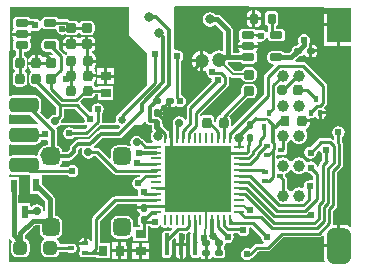
<source format=gtl>
G04 Layer_Physical_Order=1*
G04 Layer_Color=255*
%FSLAX25Y25*%
%MOIN*%
G70*
G01*
G75*
%ADD10R,0.03150X0.03543*%
G04:AMPARAMS|DCode=11|XSize=35.43mil|YSize=31.5mil|CornerRadius=7.87mil|HoleSize=0mil|Usage=FLASHONLY|Rotation=90.000|XOffset=0mil|YOffset=0mil|HoleType=Round|Shape=RoundedRectangle|*
%AMROUNDEDRECTD11*
21,1,0.03543,0.01575,0,0,90.0*
21,1,0.01969,0.03150,0,0,90.0*
1,1,0.01575,0.00787,0.00984*
1,1,0.01575,0.00787,-0.00984*
1,1,0.01575,-0.00787,-0.00984*
1,1,0.01575,-0.00787,0.00984*
%
%ADD11ROUNDEDRECTD11*%
%ADD12R,0.03543X0.03150*%
G04:AMPARAMS|DCode=13|XSize=19.69mil|YSize=23.62mil|CornerRadius=4.92mil|HoleSize=0mil|Usage=FLASHONLY|Rotation=90.000|XOffset=0mil|YOffset=0mil|HoleType=Round|Shape=RoundedRectangle|*
%AMROUNDEDRECTD13*
21,1,0.01969,0.01378,0,0,90.0*
21,1,0.00984,0.02362,0,0,90.0*
1,1,0.00984,0.00689,0.00492*
1,1,0.00984,0.00689,-0.00492*
1,1,0.00984,-0.00689,-0.00492*
1,1,0.00984,-0.00689,0.00492*
%
%ADD13ROUNDEDRECTD13*%
G04:AMPARAMS|DCode=14|XSize=35.43mil|YSize=27.56mil|CornerRadius=6.89mil|HoleSize=0mil|Usage=FLASHONLY|Rotation=90.000|XOffset=0mil|YOffset=0mil|HoleType=Round|Shape=RoundedRectangle|*
%AMROUNDEDRECTD14*
21,1,0.03543,0.01378,0,0,90.0*
21,1,0.02165,0.02756,0,0,90.0*
1,1,0.01378,0.00689,0.01083*
1,1,0.01378,0.00689,-0.01083*
1,1,0.01378,-0.00689,-0.01083*
1,1,0.01378,-0.00689,0.01083*
%
%ADD14ROUNDEDRECTD14*%
G04:AMPARAMS|DCode=15|XSize=25.59mil|YSize=43.31mil|CornerRadius=6.4mil|HoleSize=0mil|Usage=FLASHONLY|Rotation=90.000|XOffset=0mil|YOffset=0mil|HoleType=Round|Shape=RoundedRectangle|*
%AMROUNDEDRECTD15*
21,1,0.02559,0.03051,0,0,90.0*
21,1,0.01280,0.04331,0,0,90.0*
1,1,0.01280,0.01526,0.00640*
1,1,0.01280,0.01526,-0.00640*
1,1,0.01280,-0.01526,-0.00640*
1,1,0.01280,-0.01526,0.00640*
%
%ADD15ROUNDEDRECTD15*%
G04:AMPARAMS|DCode=16|XSize=45mil|YSize=45mil|CornerRadius=11.25mil|HoleSize=0mil|Usage=FLASHONLY|Rotation=90.000|XOffset=0mil|YOffset=0mil|HoleType=Round|Shape=RoundedRectangle|*
%AMROUNDEDRECTD16*
21,1,0.04500,0.02250,0,0,90.0*
21,1,0.02250,0.04500,0,0,90.0*
1,1,0.02250,0.01125,0.01125*
1,1,0.02250,0.01125,-0.01125*
1,1,0.02250,-0.01125,-0.01125*
1,1,0.02250,-0.01125,0.01125*
%
%ADD16ROUNDEDRECTD16*%
G04:AMPARAMS|DCode=17|XSize=13.78mil|YSize=21.65mil|CornerRadius=3.45mil|HoleSize=0mil|Usage=FLASHONLY|Rotation=270.000|XOffset=0mil|YOffset=0mil|HoleType=Round|Shape=RoundedRectangle|*
%AMROUNDEDRECTD17*
21,1,0.01378,0.01476,0,0,270.0*
21,1,0.00689,0.02165,0,0,270.0*
1,1,0.00689,-0.00738,-0.00345*
1,1,0.00689,-0.00738,0.00345*
1,1,0.00689,0.00738,0.00345*
1,1,0.00689,0.00738,-0.00345*
%
%ADD17ROUNDEDRECTD17*%
G04:AMPARAMS|DCode=18|XSize=19.69mil|YSize=23.62mil|CornerRadius=4.92mil|HoleSize=0mil|Usage=FLASHONLY|Rotation=0.000|XOffset=0mil|YOffset=0mil|HoleType=Round|Shape=RoundedRectangle|*
%AMROUNDEDRECTD18*
21,1,0.01969,0.01378,0,0,0.0*
21,1,0.00984,0.02362,0,0,0.0*
1,1,0.00984,0.00492,-0.00689*
1,1,0.00984,-0.00492,-0.00689*
1,1,0.00984,-0.00492,0.00689*
1,1,0.00984,0.00492,0.00689*
%
%ADD18ROUNDEDRECTD18*%
%ADD19O,0.00984X0.03347*%
%ADD20O,0.03347X0.00984*%
%ADD21R,0.22047X0.22047*%
G04:AMPARAMS|DCode=22|XSize=35.43mil|YSize=31.5mil|CornerRadius=7.87mil|HoleSize=0mil|Usage=FLASHONLY|Rotation=0.000|XOffset=0mil|YOffset=0mil|HoleType=Round|Shape=RoundedRectangle|*
%AMROUNDEDRECTD22*
21,1,0.03543,0.01575,0,0,0.0*
21,1,0.01969,0.03150,0,0,0.0*
1,1,0.01575,0.00984,-0.00787*
1,1,0.01575,-0.00984,-0.00787*
1,1,0.01575,-0.00984,0.00787*
1,1,0.01575,0.00984,0.00787*
%
%ADD22ROUNDEDRECTD22*%
G04:AMPARAMS|DCode=23|XSize=35.43mil|YSize=31.5mil|CornerRadius=0mil|HoleSize=0mil|Usage=FLASHONLY|Rotation=90.000|XOffset=0mil|YOffset=0mil|HoleType=Round|Shape=Octagon|*
%AMOCTAGOND23*
4,1,8,0.00787,0.01772,-0.00787,0.01772,-0.01575,0.00984,-0.01575,-0.00984,-0.00787,-0.01772,0.00787,-0.01772,0.01575,-0.00984,0.01575,0.00984,0.00787,0.01772,0.0*
%
%ADD23OCTAGOND23*%

G04:AMPARAMS|DCode=24|XSize=13.78mil|YSize=21.65mil|CornerRadius=3.45mil|HoleSize=0mil|Usage=FLASHONLY|Rotation=180.000|XOffset=0mil|YOffset=0mil|HoleType=Round|Shape=RoundedRectangle|*
%AMROUNDEDRECTD24*
21,1,0.01378,0.01476,0,0,180.0*
21,1,0.00689,0.02165,0,0,180.0*
1,1,0.00689,-0.00345,0.00738*
1,1,0.00689,0.00345,0.00738*
1,1,0.00689,0.00345,-0.00738*
1,1,0.00689,-0.00345,-0.00738*
%
%ADD24ROUNDEDRECTD24*%
G04:AMPARAMS|DCode=25|XSize=13.78mil|YSize=21.65mil|CornerRadius=0mil|HoleSize=0mil|Usage=FLASHONLY|Rotation=180.000|XOffset=0mil|YOffset=0mil|HoleType=Round|Shape=Octagon|*
%AMOCTAGOND25*
4,1,8,0.00345,-0.01083,-0.00345,-0.01083,-0.00689,-0.00738,-0.00689,0.00738,-0.00345,0.01083,0.00345,0.01083,0.00689,0.00738,0.00689,-0.00738,0.00345,-0.01083,0.0*
%
%ADD25OCTAGOND25*%

G04:AMPARAMS|DCode=26|XSize=15.75mil|YSize=74.8mil|CornerRadius=3.94mil|HoleSize=0mil|Usage=FLASHONLY|Rotation=180.000|XOffset=0mil|YOffset=0mil|HoleType=Round|Shape=RoundedRectangle|*
%AMROUNDEDRECTD26*
21,1,0.01575,0.06693,0,0,180.0*
21,1,0.00787,0.07480,0,0,180.0*
1,1,0.00787,-0.00394,0.03347*
1,1,0.00787,0.00394,0.03347*
1,1,0.00787,0.00394,-0.03347*
1,1,0.00787,-0.00394,-0.03347*
%
%ADD26ROUNDEDRECTD26*%
G04:AMPARAMS|DCode=27|XSize=59.06mil|YSize=59.06mil|CornerRadius=14.76mil|HoleSize=0mil|Usage=FLASHONLY|Rotation=180.000|XOffset=0mil|YOffset=0mil|HoleType=Round|Shape=RoundedRectangle|*
%AMROUNDEDRECTD27*
21,1,0.05906,0.02953,0,0,180.0*
21,1,0.02953,0.05906,0,0,180.0*
1,1,0.02953,-0.01476,0.01476*
1,1,0.02953,0.01476,0.01476*
1,1,0.02953,0.01476,-0.01476*
1,1,0.02953,-0.01476,-0.01476*
%
%ADD27ROUNDEDRECTD27*%
G04:AMPARAMS|DCode=28|XSize=98.43mil|YSize=47.24mil|CornerRadius=11.81mil|HoleSize=0mil|Usage=FLASHONLY|Rotation=180.000|XOffset=0mil|YOffset=0mil|HoleType=Round|Shape=RoundedRectangle|*
%AMROUNDEDRECTD28*
21,1,0.09843,0.02362,0,0,180.0*
21,1,0.07480,0.04724,0,0,180.0*
1,1,0.02362,-0.03740,0.01181*
1,1,0.02362,0.03740,0.01181*
1,1,0.02362,0.03740,-0.01181*
1,1,0.02362,-0.03740,-0.01181*
%
%ADD28ROUNDEDRECTD28*%
G04:AMPARAMS|DCode=29|XSize=118.11mil|YSize=78.74mil|CornerRadius=19.69mil|HoleSize=0mil|Usage=FLASHONLY|Rotation=270.000|XOffset=0mil|YOffset=0mil|HoleType=Round|Shape=RoundedRectangle|*
%AMROUNDEDRECTD29*
21,1,0.11811,0.03937,0,0,270.0*
21,1,0.07874,0.07874,0,0,270.0*
1,1,0.03937,-0.01969,-0.03937*
1,1,0.03937,-0.01969,0.03937*
1,1,0.03937,0.01969,0.03937*
1,1,0.03937,0.01969,-0.03937*
%
%ADD29ROUNDEDRECTD29*%
%ADD30R,0.07874X0.11811*%
%ADD31R,0.02165X0.04331*%
%ADD32C,0.00984*%
%ADD33C,0.01181*%
%ADD34C,0.00787*%
%ADD35C,0.01575*%
%ADD36C,0.00906*%
%ADD37C,0.01969*%
%ADD38C,0.02756*%
%ADD39C,0.04724*%
%ADD40C,0.03937*%
%ADD41C,0.02441*%
%ADD42C,0.02362*%
%ADD43C,0.03150*%
%ADD44C,0.02559*%
G36*
X12111Y42205D02*
X12894Y42049D01*
X13588Y42187D01*
X14088Y41924D01*
Y40497D01*
X13484D01*
X12601Y40321D01*
X11852Y39821D01*
X11385Y39121D01*
X11322Y39074D01*
X10881Y38498D01*
X10603Y37828D01*
X10541Y37354D01*
X10116Y36989D01*
X10023Y36961D01*
X9646Y37037D01*
X2165D01*
X1397Y36884D01*
X1327Y36837D01*
X886Y37072D01*
Y40624D01*
X1327Y40860D01*
X1397Y40813D01*
X2165Y40660D01*
X9646D01*
X10414Y40813D01*
X11065Y41248D01*
X11500Y41899D01*
X11538Y42088D01*
X12000Y42280D01*
X12111Y42205D01*
D02*
G37*
G36*
X46680Y48236D02*
X46733Y47966D01*
X47038Y47510D01*
X47494Y47206D01*
X48031Y47099D01*
X48597D01*
Y46083D01*
X48696Y45583D01*
X48974Y45167D01*
X48890Y45111D01*
X48368Y44329D01*
X48184Y43408D01*
X48368Y42486D01*
X48849Y41765D01*
X48716Y41265D01*
X46800D01*
X45706Y42360D01*
X45319Y42618D01*
X45065Y42998D01*
X44349Y43477D01*
X43504Y43645D01*
X42659Y43477D01*
X41943Y42998D01*
X41464Y42282D01*
X41296Y41437D01*
X41464Y40592D01*
X41486Y40559D01*
X41126Y40199D01*
X40942Y40321D01*
X40059Y40497D01*
X37106D01*
X36223Y40321D01*
X35474Y39821D01*
X34974Y39072D01*
X34798Y38189D01*
Y36145D01*
X34336Y35954D01*
X31177Y39113D01*
X30753Y39396D01*
X30254Y39495D01*
X29302D01*
X29151Y39820D01*
X29131Y39983D01*
X29242Y40108D01*
X32021Y42886D01*
X37715D01*
X38253Y42993D01*
X38708Y43298D01*
X42458Y47047D01*
X44783D01*
X46137Y48401D01*
X46680Y48236D01*
D02*
G37*
G36*
X95188Y32252D02*
X95617Y31692D01*
X96193Y31250D01*
X96863Y30972D01*
X97583Y30878D01*
X98302Y30972D01*
X98973Y31250D01*
X99464Y31627D01*
X100004Y31677D01*
X100032Y31676D01*
X100132Y31526D01*
X100796Y31083D01*
X101580Y30927D01*
X101749Y30960D01*
X102376Y30332D01*
Y28943D01*
X101876Y28681D01*
X101181Y28819D01*
X100398Y28663D01*
X99734Y28219D01*
X99290Y27555D01*
X99134Y26772D01*
X99187Y26503D01*
X98746Y26159D01*
X98302Y26342D01*
X97583Y26437D01*
X96863Y26342D01*
X96193Y26065D01*
X95617Y25623D01*
X95188Y25063D01*
X94917Y25020D01*
X94911D01*
X94641Y25063D01*
X94211Y25623D01*
X93636Y26065D01*
X93550Y26100D01*
Y28916D01*
X93451Y29415D01*
X93168Y29838D01*
X93034Y29972D01*
Y30364D01*
X93012Y30474D01*
X92978Y30832D01*
X93334Y31125D01*
X93636Y31250D01*
X94211Y31692D01*
X94641Y32252D01*
X94911Y32295D01*
X94917D01*
X95188Y32252D01*
D02*
G37*
G36*
X105988Y86672D02*
Y81012D01*
X110925D01*
Y80512D01*
X111425D01*
Y73606D01*
X114961D01*
X114961Y13548D01*
X114512Y13327D01*
X114391Y13420D01*
X113669Y13719D01*
X112894Y13821D01*
X111425D01*
Y6890D01*
X110925D01*
Y6390D01*
X105963D01*
Y2953D01*
X106065Y2178D01*
X106183Y1892D01*
X105905Y1476D01*
X886D01*
Y9055D01*
X1139Y9195D01*
X1386Y9237D01*
X2100Y8523D01*
X1798Y8072D01*
X1650Y7326D01*
Y5076D01*
X1798Y4330D01*
X2221Y3697D01*
X2853Y3274D01*
X3599Y3126D01*
X5849D01*
X6596Y3274D01*
X7228Y3697D01*
X7651Y4330D01*
X7799Y5076D01*
Y7326D01*
X7651Y8072D01*
X7228Y8705D01*
X6596Y9127D01*
X6330Y9180D01*
Y10533D01*
X9523Y13726D01*
X11176D01*
Y11614D01*
X11352Y10731D01*
X11852Y9982D01*
X12542Y9521D01*
X12608Y9230D01*
X12616Y8969D01*
X12221Y8705D01*
X11798Y8072D01*
X11649Y7326D01*
Y5076D01*
X11798Y4330D01*
X12221Y3697D01*
X12853Y3274D01*
X13599Y3126D01*
X15849D01*
X16596Y3274D01*
X17228Y3697D01*
X17651Y4330D01*
X17744Y4798D01*
X20216D01*
X20375Y4692D01*
X20817Y4604D01*
X22293D01*
X22735Y4692D01*
X23109Y4942D01*
X23359Y5316D01*
X23447Y5758D01*
Y6447D01*
X23359Y6888D01*
X23109Y7263D01*
X22735Y7513D01*
X22293Y7601D01*
X20817D01*
X20375Y7513D01*
X20216Y7407D01*
X17783D01*
X17651Y8072D01*
X17228Y8705D01*
X16941Y8896D01*
X17047Y9427D01*
X17320Y9482D01*
X18069Y9982D01*
X18570Y10731D01*
X18745Y11614D01*
Y14567D01*
X18570Y15450D01*
X18069Y16199D01*
X17320Y16699D01*
X16437Y16875D01*
X16133D01*
Y22461D01*
X16011Y23075D01*
X15663Y23596D01*
X15663Y23596D01*
X11811Y27448D01*
Y30000D01*
X11811D01*
X11839Y30488D01*
X20505D01*
X20601Y30345D01*
X21265Y29901D01*
X22048Y29746D01*
X22832Y29901D01*
X23496Y30345D01*
X23940Y31010D01*
X24095Y31793D01*
X23940Y32576D01*
X23496Y33241D01*
X22832Y33684D01*
X22048Y33840D01*
X21265Y33684D01*
X20601Y33241D01*
X20505Y33097D01*
X18211D01*
X18059Y33597D01*
X18069Y33604D01*
X18570Y34353D01*
X18745Y35236D01*
Y35308D01*
X20998D01*
X21535Y35415D01*
X21991Y35719D01*
X23513Y37241D01*
X23818Y37697D01*
X23925Y38235D01*
Y38822D01*
X24645Y39542D01*
X25132D01*
X25368Y39101D01*
X25324Y39036D01*
X25156Y38191D01*
X25324Y37346D01*
X25802Y36630D01*
X26519Y36151D01*
X27363Y35983D01*
X28208Y36151D01*
X28925Y36630D01*
X29096Y36886D01*
X29714D01*
X35572Y31028D01*
X35995Y30745D01*
X36495Y30646D01*
X44487D01*
X44678Y30184D01*
X44196Y29701D01*
X44027Y29735D01*
X43244Y29579D01*
X42579Y29135D01*
X42136Y28471D01*
X41980Y27688D01*
X42136Y26904D01*
X42579Y26240D01*
X43244Y25796D01*
X43555Y25734D01*
X43977Y25489D01*
X43821Y24706D01*
X43977Y23923D01*
X44011Y23871D01*
X43775Y23431D01*
X36299D01*
X35800Y23331D01*
X35377Y23049D01*
X29097Y16769D01*
X28814Y16346D01*
X28715Y15846D01*
Y8748D01*
X28215Y8650D01*
X27987Y8991D01*
X27542Y9288D01*
X27018Y9392D01*
X26779D01*
Y7677D01*
X26280D01*
Y7177D01*
X24201D01*
X24275Y6808D01*
X24572Y6363D01*
X24704Y6275D01*
X24725Y5694D01*
X24712Y5668D01*
X24475Y5314D01*
X24387Y4872D01*
Y4183D01*
X24475Y3741D01*
X24725Y3367D01*
X25100Y3117D01*
X25541Y3029D01*
X27018D01*
X27459Y3117D01*
X27618Y3223D01*
X29913D01*
Y2748D01*
X34638D01*
Y7866D01*
X31324D01*
Y15306D01*
X36840Y20821D01*
X43453D01*
X43770Y20435D01*
X43754Y20354D01*
Y20165D01*
X45768D01*
Y19165D01*
X43754D01*
Y18976D01*
X43870Y18394D01*
X44200Y17901D01*
X44518Y17688D01*
X44560Y17160D01*
X44546Y17114D01*
X44353Y16985D01*
X44070Y16562D01*
X43971Y16063D01*
Y14685D01*
X44070Y14186D01*
X44353Y13763D01*
X44463Y13689D01*
Y13091D01*
X42367D01*
Y14567D01*
X42191Y15450D01*
X41691Y16199D01*
X40942Y16699D01*
X40059Y16875D01*
X37106D01*
X36223Y16699D01*
X35474Y16199D01*
X34974Y15450D01*
X34798Y14567D01*
Y11614D01*
X34974Y10731D01*
X35474Y9982D01*
X36223Y9482D01*
X37106Y9306D01*
X40059D01*
X40942Y9482D01*
X41691Y9982D01*
X41724Y10032D01*
X42224Y9880D01*
Y8366D01*
X47343D01*
Y13091D01*
X47343D01*
X47422Y13558D01*
X47965D01*
X48060Y13415D01*
X48724Y12971D01*
X49508Y12815D01*
X50291Y12971D01*
X50955Y13415D01*
X51213Y13800D01*
X51744Y13694D01*
X51748Y13674D01*
X52030Y13251D01*
X52454Y12968D01*
X52953Y12869D01*
X53452Y12968D01*
X53545Y13030D01*
X53937Y13221D01*
X54329Y13030D01*
X54422Y12968D01*
X54921Y12869D01*
X55139Y12912D01*
X55386Y12451D01*
X54624Y11690D01*
X54398Y11841D01*
X53937Y11933D01*
X53150D01*
X52689Y11841D01*
X52298Y11580D01*
X52037Y11189D01*
X51945Y10728D01*
Y4035D01*
X52037Y3575D01*
X52298Y3184D01*
X52689Y2923D01*
X53150Y2831D01*
X53937D01*
X54398Y2923D01*
X54789Y3184D01*
X55050Y3575D01*
X55141Y4035D01*
Y8517D01*
X55991Y9367D01*
X56453Y9175D01*
Y7882D01*
X58268D01*
X60082D01*
Y10728D01*
X60079Y10745D01*
X60342Y11196D01*
X60765Y11479D01*
X60843Y11557D01*
X61393Y11415D01*
X61486Y11189D01*
X61394Y10728D01*
Y4035D01*
X61486Y3575D01*
X61747Y3184D01*
X62138Y2923D01*
X62598Y2831D01*
X63386D01*
X63847Y2923D01*
X64237Y3184D01*
X64789Y3109D01*
X64889Y2960D01*
X65382Y2630D01*
X65965Y2514D01*
X66154D01*
Y4527D01*
X67154D01*
Y2514D01*
X67343D01*
X67925Y2630D01*
X68418Y2960D01*
X68631Y3278D01*
X69159Y3320D01*
X69205Y3305D01*
X69333Y3113D01*
X69757Y2830D01*
X70256Y2731D01*
X71634D01*
X72133Y2830D01*
X72556Y3113D01*
X72839Y3536D01*
X72939Y4035D01*
Y5020D01*
X72839Y5519D01*
X72656Y5793D01*
X72564Y6011D01*
X72618Y6502D01*
X72741Y6686D01*
X72840Y7185D01*
Y7529D01*
X73340Y7892D01*
X73822Y7796D01*
X74606Y7952D01*
X75270Y8395D01*
X75714Y9060D01*
X75870Y9843D01*
X75720Y10597D01*
X75719Y10684D01*
X75975Y11097D01*
X77299D01*
X77592Y10659D01*
X78256Y10215D01*
X79039Y10060D01*
X79823Y10215D01*
X80487Y10659D01*
X80931Y11323D01*
X81086Y12107D01*
X80955Y12766D01*
X81240Y13197D01*
X81669Y13238D01*
X84994Y9913D01*
X84961Y9744D01*
X85116Y8961D01*
X85560Y8297D01*
X85790Y8143D01*
X85638Y7643D01*
X83610D01*
X83111Y7544D01*
X82688Y7261D01*
X81310Y5884D01*
X81098Y6025D01*
X80315Y6181D01*
X79532Y6025D01*
X78867Y5582D01*
X78424Y4917D01*
X78268Y4134D01*
X78424Y3350D01*
X78867Y2686D01*
X79532Y2242D01*
X80315Y2087D01*
X81098Y2242D01*
X81763Y2686D01*
X81940Y2953D01*
X82328Y3211D01*
X84150Y5034D01*
X87138D01*
X87637Y5133D01*
X88060Y5416D01*
X92325Y9680D01*
X104181D01*
X104681Y9780D01*
X105104Y10063D01*
X105463Y10421D01*
X105963Y10214D01*
Y7390D01*
X110425D01*
Y13821D01*
X109357D01*
X109322Y13837D01*
X109274Y13872D01*
X108985Y14321D01*
X109026Y14525D01*
Y18640D01*
X109918Y19533D01*
X110201Y19956D01*
X110301Y20455D01*
Y31344D01*
X111991Y33034D01*
X112274Y33457D01*
X112373Y33956D01*
Y39667D01*
X112328Y39891D01*
Y40792D01*
X112229Y41291D01*
X112033Y41585D01*
Y43142D01*
X112176Y43237D01*
X112620Y43902D01*
X112776Y44685D01*
X112620Y45469D01*
X112176Y46133D01*
X111512Y46576D01*
X110728Y46732D01*
X109945Y46576D01*
X109281Y46133D01*
X108837Y45469D01*
X108681Y44685D01*
X108837Y43902D01*
X109281Y43237D01*
X109424Y43142D01*
Y42385D01*
X108962Y42193D01*
X108755Y42401D01*
X108331Y42684D01*
X107832Y42783D01*
X104966D01*
X104466Y42684D01*
X104043Y42401D01*
X101650Y40008D01*
X101481Y40041D01*
X100698Y39885D01*
X100034Y39442D01*
X99590Y38777D01*
X99434Y37994D01*
X99590Y37211D01*
X100034Y36546D01*
X100698Y36103D01*
X101481Y35947D01*
X102265Y36103D01*
X102929Y36546D01*
X103373Y37211D01*
X103528Y37994D01*
X103495Y38163D01*
X104169Y38837D01*
X104712Y38672D01*
X104807Y38195D01*
X105251Y37531D01*
X105394Y37435D01*
Y35535D01*
X104530Y34672D01*
X104247Y34249D01*
X104148Y33749D01*
Y33430D01*
X103648Y33164D01*
X103580Y33210D01*
X103471Y33757D01*
X103027Y34422D01*
X102363Y34865D01*
X101580Y35021D01*
X100796Y34865D01*
X100551Y34702D01*
X100073Y34847D01*
X99990Y35047D01*
X99548Y35623D01*
X98973Y36065D01*
X98302Y36342D01*
X97583Y36437D01*
X96863Y36342D01*
X96193Y36065D01*
X95617Y35623D01*
X95188Y35063D01*
X94917Y35020D01*
X94911D01*
X94641Y35063D01*
X94211Y35623D01*
X93636Y36065D01*
X92965Y36342D01*
X92246Y36437D01*
X91526Y36342D01*
X90856Y36065D01*
X90584Y35856D01*
X90084Y36103D01*
Y36962D01*
X90584Y37244D01*
X90896Y37183D01*
X92372D01*
X92814Y37270D01*
X93188Y37521D01*
X93438Y37895D01*
X93526Y38337D01*
Y39026D01*
X93512Y39098D01*
X93550Y39293D01*
Y41215D01*
X93636Y41250D01*
X94211Y41692D01*
X94641Y42252D01*
X94911Y42295D01*
X94917D01*
X95188Y42252D01*
X95617Y41692D01*
X96193Y41250D01*
X96863Y40973D01*
X97583Y40878D01*
X98302Y40973D01*
X98973Y41250D01*
X99548Y41692D01*
X99990Y42268D01*
X100268Y42938D01*
X100363Y43657D01*
X100268Y44377D01*
X99990Y45047D01*
X99794Y45303D01*
X100001Y45854D01*
X100008Y45856D01*
X100600Y46251D01*
X100995Y46842D01*
X101133Y47539D01*
Y48024D01*
X98524D01*
Y49024D01*
X101133D01*
Y49308D01*
X101230Y49387D01*
X101919D01*
X102361Y49475D01*
X102716Y49712D01*
X102741Y49725D01*
X103322Y49704D01*
X103411Y49572D01*
X103855Y49275D01*
X104224Y49202D01*
Y51279D01*
X104724D01*
Y51780D01*
X106440D01*
Y52018D01*
X106335Y52542D01*
X106038Y52987D01*
X106027Y53100D01*
X106664Y53736D01*
X106947Y54160D01*
X107046Y54659D01*
Y60092D01*
X106947Y60591D01*
X106664Y61015D01*
X99851Y67828D01*
X99427Y68111D01*
X98928Y68210D01*
X96601D01*
X96394Y68710D01*
X97738Y70054D01*
X97953D01*
X98452Y70153D01*
X98875Y70436D01*
X99004Y70628D01*
X99050Y70643D01*
X99578Y70601D01*
X99790Y70283D01*
X100284Y69953D01*
X100866Y69837D01*
X101055D01*
Y71850D01*
Y73969D01*
X100935Y74364D01*
X101166Y74709D01*
X101321Y75492D01*
X101166Y76276D01*
X100722Y76940D01*
X100058Y77384D01*
X99274Y77539D01*
X98491Y77384D01*
X97827Y76940D01*
X97383Y76276D01*
X97227Y75492D01*
X97383Y74709D01*
X97571Y74428D01*
X96790Y73647D01*
X96575D01*
X96076Y73548D01*
X95652Y73265D01*
X95369Y72842D01*
X95270Y72342D01*
Y72127D01*
X94433Y71291D01*
X92656D01*
X92614Y71354D01*
X92141Y71669D01*
X91585Y71780D01*
X88534D01*
X87977Y71669D01*
X87505Y71354D01*
X87189Y70882D01*
X87078Y70325D01*
Y69045D01*
X87189Y68488D01*
X87505Y68016D01*
X87977Y67701D01*
X88534Y67590D01*
X89087D01*
X89278Y67128D01*
X86282Y64132D01*
X86000Y63709D01*
X85900Y63210D01*
Y57332D01*
X75301Y46732D01*
X74888Y46924D01*
X74834Y46973D01*
Y48917D01*
X74712Y49532D01*
X74364Y50053D01*
X74361Y50076D01*
X80357Y56072D01*
X81890D01*
X82504Y56194D01*
X83025Y56542D01*
X83373Y57063D01*
X83495Y57677D01*
Y59252D01*
X83373Y59866D01*
X83025Y60387D01*
X82504Y60735D01*
X81890Y60858D01*
X79921D01*
X79307Y60735D01*
X78786Y60387D01*
X78438Y59866D01*
X78316Y59252D01*
Y57720D01*
X71518Y50923D01*
X71236Y50499D01*
X71223Y50437D01*
X71039Y50401D01*
X70518Y50053D01*
X70170Y49532D01*
X70048Y48917D01*
Y48394D01*
X69548Y48151D01*
X69322Y48328D01*
Y48917D01*
X69200Y49532D01*
X68852Y50053D01*
X68331Y50401D01*
X67716Y50523D01*
X66142D01*
X65527Y50401D01*
X65006Y50053D01*
X64994Y50033D01*
X64545Y50169D01*
X64495Y50649D01*
X73898Y60053D01*
X74181Y60476D01*
X74281Y60975D01*
Y63046D01*
X74274Y63080D01*
X74735Y63326D01*
X74837Y63223D01*
X74837Y63223D01*
X75228Y62962D01*
X75689Y62871D01*
X75689Y62871D01*
X78379D01*
X78438Y62574D01*
X78786Y62054D01*
X79307Y61705D01*
X79921Y61583D01*
X81890D01*
X82504Y61705D01*
X83025Y62054D01*
X83373Y62574D01*
X83495Y63189D01*
Y64764D01*
X83373Y65378D01*
X83025Y65899D01*
X82504Y66247D01*
X81890Y66369D01*
X79921D01*
X79307Y66247D01*
X78786Y65899D01*
X78438Y65378D01*
X78418Y65279D01*
X76188D01*
X73854Y67613D01*
X74046Y68079D01*
X78014D01*
X78056Y68016D01*
X78528Y67701D01*
X79085Y67590D01*
X82136D01*
X82693Y67701D01*
X83165Y68016D01*
X83480Y68488D01*
X83591Y69045D01*
Y70325D01*
X83480Y70882D01*
X83165Y71354D01*
X83433Y71776D01*
X83680Y72146D01*
X83808Y72785D01*
Y72925D01*
X80610D01*
X77413D01*
Y72785D01*
X77540Y72146D01*
X77777Y71791D01*
X77539Y71291D01*
X75523D01*
Y78786D01*
X75523Y78786D01*
X75401Y79401D01*
X75053Y79922D01*
X75053Y79922D01*
X71457Y83517D01*
X70936Y83865D01*
X70322Y83987D01*
X70322Y83987D01*
X69682D01*
X69616Y84085D01*
X68835Y84607D01*
X67913Y84790D01*
X66992Y84607D01*
X66210Y84085D01*
X65688Y83304D01*
X65505Y82382D01*
X65688Y81460D01*
X66210Y80679D01*
X66992Y80157D01*
X67913Y79973D01*
X68835Y80157D01*
X69616Y80679D01*
X69742Y80691D01*
X72312Y78121D01*
Y72158D01*
X71896Y71880D01*
X71688Y71966D01*
X70866Y72074D01*
X70044Y71966D01*
X69278Y71649D01*
X68620Y71144D01*
X68348Y70789D01*
X67718Y70789D01*
X67555Y71000D01*
X66853Y71539D01*
X66035Y71878D01*
X65658Y71928D01*
Y68602D01*
Y65277D01*
X66035Y65327D01*
X66254Y65417D01*
X66693Y65058D01*
X66654Y64862D01*
X66809Y64079D01*
X67253Y63415D01*
X67917Y62971D01*
X68120Y62931D01*
X68498Y62358D01*
X68429Y62011D01*
X68462Y61842D01*
X60495Y53875D01*
X60212Y53452D01*
X60113Y52952D01*
Y49086D01*
X59613Y48934D01*
X59238Y49494D01*
X58522Y49973D01*
X57677Y50141D01*
X56832Y49973D01*
X56116Y49494D01*
X55638Y48778D01*
X55469Y47933D01*
X55606Y47248D01*
X55585Y47146D01*
Y45994D01*
X55421Y45859D01*
Y42913D01*
X54421D01*
Y45516D01*
X54339Y45500D01*
X53846Y45170D01*
X53841Y45170D01*
X52190Y46820D01*
Y47461D01*
X52091Y47960D01*
X51998Y48099D01*
Y48219D01*
X51891Y48757D01*
X51663Y49099D01*
X51962Y49298D01*
X52291Y49792D01*
X52407Y50374D01*
Y50563D01*
X50394D01*
Y51563D01*
X52407D01*
Y51752D01*
X52291Y52334D01*
X51962Y52828D01*
X51582Y53082D01*
X51579Y53087D01*
X51552Y53512D01*
X51582Y53637D01*
X51828Y53802D01*
X51957Y53994D01*
X52002Y54009D01*
X52530Y53967D01*
X52743Y53649D01*
X53237Y53319D01*
X53819Y53203D01*
X54008D01*
Y55216D01*
X55008D01*
Y53203D01*
X55197D01*
X55779Y53319D01*
X56273Y53649D01*
X56822Y53571D01*
X57189Y53325D01*
X57972Y53169D01*
X58756Y53325D01*
X59420Y53769D01*
X59864Y54433D01*
X60020Y55216D01*
X59864Y56000D01*
X59420Y56664D01*
X58756Y57108D01*
X58293Y57200D01*
Y68542D01*
X58436Y68637D01*
X58880Y69301D01*
X59035Y70085D01*
X58880Y70868D01*
X58436Y71532D01*
X57772Y71976D01*
X56988Y72132D01*
X56504Y72036D01*
X56004Y72398D01*
X56004Y86401D01*
X56358Y86754D01*
X105988Y86672D01*
D02*
G37*
G36*
X1397Y30813D02*
X2165Y30660D01*
X7353D01*
X7462Y30588D01*
X7961Y30488D01*
X8043D01*
X8071Y30000D01*
X8071D01*
Y24094D01*
X10623D01*
X12922Y21795D01*
Y18668D01*
X12422Y18618D01*
X12276Y19350D01*
X11798Y20066D01*
X11082Y20545D01*
X10237Y20713D01*
X9392Y20545D01*
X8676Y20066D01*
X8571Y19909D01*
X8071Y20061D01*
Y21102D01*
X4331D01*
X4066Y21493D01*
Y23898D01*
X4331D01*
Y29803D01*
X886D01*
Y30624D01*
X1327Y30860D01*
X1397Y30813D01*
D02*
G37*
G36*
X26037Y49480D02*
X26004Y49311D01*
X26160Y48528D01*
X26278Y48350D01*
X26011Y47850D01*
X18630D01*
X18312Y48237D01*
X18350Y48428D01*
X18290Y48730D01*
X18889Y49329D01*
X19172Y49753D01*
X19271Y50252D01*
Y52534D01*
X22983D01*
X26037Y49480D01*
D02*
G37*
G36*
X41043Y77264D02*
X47047Y71260D01*
Y60605D01*
X37660Y51218D01*
X37377Y50795D01*
X37332Y50568D01*
X37093Y50407D01*
X36636Y49724D01*
X36475Y48917D01*
X36588Y48350D01*
X36254Y47850D01*
X32281D01*
X31856Y48276D01*
Y50845D01*
X31959Y50915D01*
X32403Y51579D01*
X32559Y52362D01*
X32403Y53146D01*
X31959Y53810D01*
X31295Y54254D01*
X30512Y54409D01*
X29728Y54254D01*
X29064Y53810D01*
X28620Y53146D01*
X28465Y52362D01*
X28566Y51854D01*
X28246Y51436D01*
X27808Y51400D01*
X24772Y54435D01*
X24761Y55131D01*
X25839Y56209D01*
X25862Y56194D01*
X26476Y56072D01*
X28051D01*
X28666Y56194D01*
X29186Y56542D01*
X29535Y57063D01*
X29593Y57357D01*
X30647D01*
Y55574D01*
X35765D01*
Y60298D01*
X30647D01*
Y59966D01*
X29593D01*
X29535Y60260D01*
X29267Y60660D01*
X29282Y61271D01*
X29340Y61310D01*
X29735Y61901D01*
X29874Y62598D01*
Y63083D01*
X27264D01*
Y64083D01*
X29874D01*
Y64567D01*
X29735Y65264D01*
X29444Y65699D01*
X29377Y66043D01*
X29444Y66387D01*
X29735Y66822D01*
X29874Y67520D01*
Y68004D01*
X27264D01*
Y69004D01*
X29874D01*
Y69488D01*
X29735Y70186D01*
X29340Y70777D01*
X28817Y71126D01*
X28752Y71445D01*
X28755Y71680D01*
X29143Y71940D01*
X29538Y72531D01*
X29677Y73228D01*
Y73516D01*
X26870D01*
Y74016D01*
X26370D01*
Y76626D01*
X25886D01*
X25188Y76487D01*
X24617Y76105D01*
X24485Y76038D01*
X24137D01*
X24005Y76105D01*
X23434Y76487D01*
X22736Y76626D01*
X22252D01*
Y74016D01*
X21752D01*
Y73516D01*
X18945D01*
Y73228D01*
X19084Y72531D01*
X19479Y71940D01*
X20070Y71545D01*
X20369Y71485D01*
Y70975D01*
X20350Y70972D01*
X19829Y70624D01*
X19319Y70759D01*
X19316Y70775D01*
X19033Y71198D01*
X17564Y72667D01*
X17646Y73081D01*
Y74360D01*
X17535Y74917D01*
X17220Y75389D01*
X16748Y75705D01*
X16191Y75815D01*
X13140D01*
X12583Y75705D01*
X12111Y75389D01*
X11795Y74917D01*
X11685Y74360D01*
Y73081D01*
X11795Y72524D01*
X12111Y72052D01*
X12583Y71736D01*
X13140Y71626D01*
X14915D01*
X15556Y70985D01*
X15364Y70523D01*
X14075D01*
X13377Y70385D01*
X12786Y69989D01*
X12701Y69862D01*
X12201D01*
X12115Y69989D01*
X11524Y70385D01*
X10827Y70523D01*
X10539D01*
Y67716D01*
X10039D01*
Y67216D01*
X7430D01*
Y66732D01*
X7568Y66035D01*
X7963Y65444D01*
X8133Y65330D01*
Y64729D01*
X8117Y64718D01*
X7768Y64197D01*
X7646Y63583D01*
Y61614D01*
X7768Y61000D01*
X8117Y60479D01*
X8637Y60131D01*
X9252Y60009D01*
X9952D01*
X16662Y53298D01*
Y50986D01*
X16235Y50617D01*
X16142Y50635D01*
X15298Y50467D01*
X14581Y49989D01*
X14103Y49272D01*
X14086Y49190D01*
X13608Y49045D01*
X11201Y51452D01*
X11500Y51899D01*
X11653Y52667D01*
Y55029D01*
X11500Y55798D01*
X11065Y56449D01*
X10414Y56884D01*
X9646Y57037D01*
X2165D01*
X1460Y56896D01*
X1247Y56965D01*
X961Y57119D01*
X1189Y86417D01*
X41043D01*
Y77264D01*
D02*
G37*
G36*
X37731Y47001D02*
X37812Y46871D01*
X37927Y46491D01*
X37133Y45696D01*
X31439D01*
X30901Y45589D01*
X30445Y45285D01*
X27513Y42352D01*
X24063D01*
X23525Y42245D01*
X23069Y41941D01*
X21526Y40397D01*
X21222Y39942D01*
X21115Y39404D01*
Y38817D01*
X20416Y38118D01*
X18745D01*
Y38189D01*
X18570Y39072D01*
X18069Y39821D01*
X17320Y40321D01*
X16898Y40405D01*
Y45173D01*
X16791Y45711D01*
X16715Y45824D01*
X16945Y46380D01*
X16987Y46388D01*
X17704Y46866D01*
X17824Y47047D01*
X26825D01*
X27016Y46585D01*
X26127Y45696D01*
X22607D01*
X22512Y45840D01*
X21847Y46283D01*
X21064Y46439D01*
X20281Y46283D01*
X19616Y45840D01*
X19173Y45175D01*
X19017Y44392D01*
X19173Y43608D01*
X19616Y42944D01*
X20281Y42500D01*
X21064Y42345D01*
X21847Y42500D01*
X22512Y42944D01*
X22607Y43087D01*
X26668D01*
X27167Y43187D01*
X27590Y43470D01*
X31168Y47047D01*
X37661D01*
X37731Y47001D01*
D02*
G37*
G36*
X1412Y50810D02*
X2165Y50660D01*
X8019D01*
X10678Y48001D01*
X10486Y47539D01*
X1242Y47539D01*
X890Y47894D01*
X910Y50548D01*
X1323Y50823D01*
X1412Y50810D01*
D02*
G37*
%LPC*%
G36*
X106440Y50780D02*
X105224D01*
Y49201D01*
X105594Y49275D01*
X106038Y49572D01*
X106335Y50017D01*
X106440Y50541D01*
Y50780D01*
D02*
G37*
G36*
X25780Y9392D02*
X25541D01*
X25017Y9288D01*
X24572Y8991D01*
X24275Y8546D01*
X24201Y8177D01*
X25780D01*
Y9392D01*
D02*
G37*
G36*
X60082Y6882D02*
X58768D01*
Y2636D01*
X59205Y2723D01*
X59666Y3031D01*
X59974Y3492D01*
X60082Y4035D01*
Y6882D01*
D02*
G37*
G36*
X44284Y4716D02*
X42012D01*
Y2642D01*
X44284D01*
Y4716D01*
D02*
G37*
G36*
X57768Y6882D02*
X56453D01*
Y4035D01*
X56561Y3492D01*
X56869Y3031D01*
X57330Y2723D01*
X57768Y2636D01*
Y6882D01*
D02*
G37*
G36*
X37287Y4807D02*
X35213D01*
Y2536D01*
X37287D01*
Y4807D01*
D02*
G37*
G36*
X40362D02*
X38287D01*
Y2536D01*
X40362D01*
Y4807D01*
D02*
G37*
G36*
X37287Y8079D02*
X35213D01*
Y5807D01*
X37287D01*
Y8079D01*
D02*
G37*
G36*
X40362D02*
X38287D01*
Y5807D01*
X40362D01*
Y8079D01*
D02*
G37*
G36*
X47555Y7791D02*
X45283D01*
Y5717D01*
X47555D01*
Y7791D01*
D02*
G37*
G36*
Y4716D02*
X45283D01*
Y2642D01*
X47555D01*
Y4716D01*
D02*
G37*
G36*
X44284Y7791D02*
X42012D01*
Y5717D01*
X44284D01*
Y7791D01*
D02*
G37*
G36*
X89173Y85167D02*
X87795D01*
X87219Y85052D01*
X86731Y84726D01*
X86405Y84237D01*
X86290Y83661D01*
Y81496D01*
X86405Y80920D01*
X86731Y80432D01*
X87180Y80132D01*
Y78740D01*
X87226Y78506D01*
X87029Y78143D01*
X86506Y78085D01*
X86290Y78408D01*
X85626Y78852D01*
X84842Y79008D01*
X84059Y78852D01*
X83433Y78433D01*
X83165Y78834D01*
X82693Y79150D01*
X82136Y79260D01*
X79085D01*
X78528Y79150D01*
X78056Y78834D01*
X77740Y78362D01*
X77630Y77805D01*
Y76526D01*
X77740Y75969D01*
X78056Y75497D01*
X77787Y75075D01*
X77540Y74705D01*
X77413Y74065D01*
Y73925D01*
X80610D01*
X83808D01*
Y74065D01*
X83680Y74705D01*
X83661Y74734D01*
X84022Y75094D01*
X84059Y75069D01*
X84842Y74913D01*
X85626Y75069D01*
X86290Y75513D01*
X86660Y76066D01*
X87116Y76037D01*
X87180Y76014D01*
X87189Y75969D01*
X87505Y75497D01*
X87977Y75181D01*
X88534Y75071D01*
X91585D01*
X92141Y75181D01*
X92614Y75497D01*
X92929Y75969D01*
X93040Y76526D01*
Y77805D01*
X92929Y78362D01*
X92614Y78834D01*
X92141Y79150D01*
X91585Y79260D01*
X89809D01*
X89789Y79281D01*
Y80132D01*
X90238Y80432D01*
X90564Y80920D01*
X90679Y81496D01*
Y83661D01*
X90564Y84237D01*
X90238Y84726D01*
X89749Y85052D01*
X89173Y85167D01*
D02*
G37*
G36*
X110425Y80012D02*
X105988D01*
Y73606D01*
X110425D01*
Y80012D01*
D02*
G37*
G36*
X82079Y82079D02*
X80168D01*
Y81496D01*
X80299Y80837D01*
X80672Y80278D01*
X81231Y79905D01*
X81890Y79774D01*
X82079D01*
Y82079D01*
D02*
G37*
G36*
Y85383D02*
X81890D01*
X81231Y85252D01*
X80672Y84879D01*
X80299Y84320D01*
X80168Y83661D01*
Y83079D01*
X82079D01*
Y85383D01*
D02*
G37*
G36*
X83268D02*
X83079D01*
Y83079D01*
X84990D01*
Y83661D01*
X84859Y84320D01*
X84485Y84879D01*
X83927Y85252D01*
X83268Y85383D01*
D02*
G37*
G36*
X84990Y82079D02*
X83079D01*
Y79774D01*
X83268D01*
X83927Y79905D01*
X84485Y80278D01*
X84859Y80837D01*
X84990Y81496D01*
Y82079D01*
D02*
G37*
G36*
X102244Y73864D02*
X102055D01*
Y72350D01*
X103764D01*
X103650Y72925D01*
X103320Y73418D01*
X102826Y73748D01*
X102244Y73864D01*
D02*
G37*
G36*
X64657Y71928D02*
X64280Y71878D01*
X63462Y71539D01*
X62760Y71000D01*
X62221Y70298D01*
X61882Y69480D01*
X61832Y69102D01*
X64657D01*
Y71928D01*
D02*
G37*
G36*
X103764Y71350D02*
X102055D01*
Y69837D01*
X102244D01*
X102826Y69953D01*
X103320Y70283D01*
X103650Y70776D01*
X103764Y71350D01*
D02*
G37*
G36*
X64657Y68102D02*
X61832D01*
X61882Y67725D01*
X62221Y66907D01*
X62760Y66204D01*
X63462Y65666D01*
X64280Y65327D01*
X64657Y65277D01*
Y68102D01*
D02*
G37*
G36*
X27854Y76626D02*
X27370D01*
Y74516D01*
X29677D01*
Y74803D01*
X29538Y75501D01*
X29143Y76092D01*
X28552Y76487D01*
X27854Y76626D01*
D02*
G37*
G36*
X21252D02*
X20768D01*
X20070Y76487D01*
X19479Y76092D01*
X19084Y75501D01*
X18945Y74803D01*
Y74516D01*
X21252D01*
Y76626D01*
D02*
G37*
G36*
X16191Y83296D02*
X13140D01*
X12583Y83185D01*
X12111Y82869D01*
X11795Y82397D01*
X11728Y82057D01*
X11197Y81952D01*
X11192Y81959D01*
X10527Y82403D01*
X9744Y82559D01*
X9517Y82514D01*
X9055Y82606D01*
X7947D01*
X7771Y82869D01*
X7299Y83185D01*
X6742Y83296D01*
X3691D01*
X3134Y83185D01*
X2662Y82869D01*
X2347Y82397D01*
X2236Y81841D01*
Y80561D01*
X2347Y80004D01*
X2662Y79532D01*
X2393Y79110D01*
X2146Y78740D01*
X2019Y78100D01*
Y77961D01*
X5217D01*
X8414D01*
Y78100D01*
X8349Y78428D01*
X8799Y78728D01*
X8961Y78620D01*
X9744Y78465D01*
X10527Y78620D01*
X11192Y79064D01*
X11507Y79536D01*
X12056Y79580D01*
X12085Y79570D01*
X12111Y79532D01*
X12583Y79217D01*
X13140Y79106D01*
X16191D01*
X16679Y79203D01*
X16809Y78547D01*
X17253Y77883D01*
X17917Y77439D01*
X18701Y77284D01*
X19484Y77439D01*
X19682Y77572D01*
X20153Y77257D01*
X20768Y77135D01*
X22736D01*
X23351Y77257D01*
X23872Y77605D01*
X24010Y77812D01*
X24612D01*
X24750Y77605D01*
X25271Y77257D01*
X25886Y77135D01*
X27854D01*
X28469Y77257D01*
X28990Y77605D01*
X29338Y78126D01*
X29460Y78740D01*
Y80315D01*
X29338Y80929D01*
X28990Y81450D01*
X28469Y81798D01*
X27854Y81921D01*
X25886D01*
X25271Y81798D01*
X24750Y81450D01*
X24612Y81243D01*
X24010D01*
X23872Y81450D01*
X23351Y81798D01*
X22736Y81921D01*
X21204D01*
X21001Y82123D01*
X20578Y82406D01*
X20079Y82505D01*
X17463D01*
X17220Y82869D01*
X16748Y83185D01*
X16191Y83296D01*
D02*
G37*
G36*
X35978Y62948D02*
X33706D01*
Y60873D01*
X35978D01*
Y62948D01*
D02*
G37*
G36*
X32706Y66022D02*
X30434D01*
Y63948D01*
X32706D01*
Y66022D01*
D02*
G37*
G36*
X8414Y76961D02*
X5217D01*
X2019D01*
Y76821D01*
X2146Y76181D01*
X2393Y75811D01*
X2662Y75389D01*
X2347Y74917D01*
X2236Y74360D01*
Y73081D01*
X2347Y72524D01*
X2662Y72052D01*
X3134Y71736D01*
X3223Y71719D01*
Y70204D01*
X3126Y70184D01*
X2605Y69836D01*
X2257Y69315D01*
X2135Y68701D01*
Y66732D01*
X2257Y66118D01*
X2605Y65597D01*
X2812Y65458D01*
Y64857D01*
X2605Y64718D01*
X2257Y64197D01*
X2135Y63583D01*
Y61614D01*
X2257Y61000D01*
X2605Y60479D01*
X3126Y60131D01*
X3740Y60009D01*
X5315D01*
X5929Y60131D01*
X6450Y60479D01*
X6798Y61000D01*
X6921Y61614D01*
Y63583D01*
X6798Y64197D01*
X6450Y64718D01*
X6243Y64857D01*
Y65458D01*
X6450Y65597D01*
X6798Y66118D01*
X6921Y66732D01*
Y68701D01*
X6798Y69315D01*
X6450Y69836D01*
X5929Y70184D01*
X5832Y70204D01*
Y71626D01*
X6742D01*
X7299Y71736D01*
X7771Y72052D01*
X8087Y72524D01*
X8197Y73081D01*
Y74360D01*
X8087Y74917D01*
X7771Y75389D01*
X8040Y75811D01*
X8287Y76181D01*
X8414Y76821D01*
Y76961D01*
D02*
G37*
G36*
X32706Y62948D02*
X30434D01*
Y60873D01*
X32706D01*
Y62948D01*
D02*
G37*
G36*
X35978Y66022D02*
X33706D01*
Y63948D01*
X35978D01*
Y66022D01*
D02*
G37*
G36*
X9539Y70523D02*
X9252D01*
X8555Y70385D01*
X7963Y69989D01*
X7568Y69398D01*
X7430Y68701D01*
Y68217D01*
X9539D01*
Y70523D01*
D02*
G37*
%LPD*%
D10*
X93012Y48524D02*
D03*
X37787Y5307D02*
D03*
X32276D02*
D03*
D11*
X98524Y48524D02*
D03*
X66929Y47933D02*
D03*
X72441D02*
D03*
X97342Y58957D02*
D03*
X21752Y68504D02*
D03*
X27264D02*
D03*
X21752Y63583D02*
D03*
X27264D02*
D03*
X4528Y67716D02*
D03*
X10039D02*
D03*
X4528Y62598D02*
D03*
X10039D02*
D03*
X27264Y58661D02*
D03*
X21752D02*
D03*
D12*
X44783Y10728D02*
D03*
Y5217D02*
D03*
X33206Y57936D02*
D03*
Y63448D02*
D03*
D13*
X97264Y71850D02*
D03*
X101555D02*
D03*
X50217Y55216D02*
D03*
X54508D02*
D03*
X70846Y7677D02*
D03*
X66555D02*
D03*
X70945Y4528D02*
D03*
X66654D02*
D03*
D14*
X82579Y82579D02*
D03*
X88484D02*
D03*
D15*
X80610Y77165D02*
D03*
Y73425D02*
D03*
Y69685D02*
D03*
X90059D02*
D03*
Y77165D02*
D03*
X5217Y81201D02*
D03*
Y77461D02*
D03*
Y73721D02*
D03*
X14665D02*
D03*
Y81201D02*
D03*
D16*
X14724Y6201D02*
D03*
X4724D02*
D03*
D17*
X26280Y4528D02*
D03*
Y7677D02*
D03*
X21555Y6102D02*
D03*
X86910Y40256D02*
D03*
Y37106D02*
D03*
X91634Y38681D02*
D03*
X86417Y31594D02*
D03*
Y28445D02*
D03*
X91142Y30020D02*
D03*
D18*
X45768Y15374D02*
D03*
Y19665D02*
D03*
X50394Y46772D02*
D03*
Y51063D02*
D03*
X81398Y47126D02*
D03*
Y42835D02*
D03*
D19*
X52953Y15354D02*
D03*
X54921D02*
D03*
X56890D02*
D03*
X58858D02*
D03*
X60827D02*
D03*
X62795D02*
D03*
X64764D02*
D03*
X66732D02*
D03*
X68701D02*
D03*
X70669D02*
D03*
X72638D02*
D03*
X74606D02*
D03*
Y42913D02*
D03*
X72638D02*
D03*
X70669D02*
D03*
X68701D02*
D03*
X66732D02*
D03*
X64764D02*
D03*
X62795D02*
D03*
X60827D02*
D03*
X58858D02*
D03*
X56890D02*
D03*
X54921D02*
D03*
X52953D02*
D03*
D20*
X77559Y18307D02*
D03*
Y20276D02*
D03*
Y22244D02*
D03*
Y24213D02*
D03*
Y26181D02*
D03*
Y28150D02*
D03*
Y30118D02*
D03*
Y32087D02*
D03*
Y34055D02*
D03*
Y36024D02*
D03*
Y37992D02*
D03*
Y39961D02*
D03*
X50000D02*
D03*
Y37992D02*
D03*
Y36024D02*
D03*
Y34055D02*
D03*
Y32087D02*
D03*
Y30118D02*
D03*
Y28150D02*
D03*
Y26181D02*
D03*
Y24213D02*
D03*
Y22244D02*
D03*
Y20276D02*
D03*
Y18307D02*
D03*
D21*
X63779Y29134D02*
D03*
D22*
X80905Y63976D02*
D03*
Y58465D02*
D03*
X21752Y79527D02*
D03*
Y74016D02*
D03*
X26870Y79527D02*
D03*
Y74016D02*
D03*
X15059Y62402D02*
D03*
Y67913D02*
D03*
D23*
X91831Y58957D02*
D03*
D24*
X101575Y51279D02*
D03*
X104724D02*
D03*
X103150Y56004D02*
D03*
X89075Y46555D02*
D03*
X87500Y51279D02*
D03*
D25*
X85925Y46555D02*
D03*
D26*
X62992Y7382D02*
D03*
X58268D02*
D03*
X53543D02*
D03*
D27*
X14961Y36713D02*
D03*
X38583D02*
D03*
X14961Y13091D02*
D03*
X38583D02*
D03*
D28*
X5906Y53848D02*
D03*
Y43848D02*
D03*
Y33848D02*
D03*
D29*
X110925Y6890D02*
D03*
D30*
Y80512D02*
D03*
D31*
X6201Y18150D02*
D03*
X2461Y26850D02*
D03*
X9941Y27047D02*
D03*
D32*
X21752Y58661D02*
Y63386D01*
X21654Y63484D02*
X21752Y63386D01*
X26870Y63976D02*
Y74016D01*
X103448Y12757D02*
X105950Y15259D01*
X104181Y10985D02*
X107721Y14525D01*
X50394Y51102D02*
X54508Y55216D01*
X50394Y51063D02*
Y51102D01*
X83287Y49016D02*
X86245D01*
X88976Y60471D02*
X92163Y63657D01*
X88976Y52756D02*
Y60471D01*
X61417Y52952D02*
X70476Y62011D01*
X87500Y51279D02*
X88976Y52756D01*
X58467Y7582D02*
Y9843D01*
X57181Y12402D02*
X59842D01*
X53543Y8764D02*
X57181Y12402D01*
X62795Y8661D02*
Y15354D01*
X60827Y13386D02*
Y15354D01*
X59842Y12402D02*
X60827Y13386D01*
X77559Y18307D02*
X77695D01*
X89311Y16898D02*
Y16932D01*
X72976Y60975D02*
Y63046D01*
X63189Y51188D02*
X72976Y60975D01*
X68701Y64862D02*
X69052Y64511D01*
X71511D01*
X72976Y63046D01*
X61417Y47728D02*
Y52952D01*
X90167Y18638D02*
X99662D01*
X12878Y70866D02*
X15059Y68685D01*
Y67913D02*
Y68685D01*
X10039Y67716D02*
X10236Y67913D01*
X15059D01*
X26870Y63976D02*
X27264Y63583D01*
X21752Y74016D02*
X26870D01*
X43504Y41437D02*
X44783D01*
X56890Y47146D02*
X57677Y47933D01*
X56890Y42913D02*
Y47146D01*
X58858Y45276D02*
X59449Y45866D01*
X60827Y44631D02*
X63189Y46994D01*
X60827Y42913D02*
Y44631D01*
X58858Y42913D02*
Y45276D01*
X59556Y45866D02*
X61417Y47728D01*
X59449Y45866D02*
X59556D01*
X87402Y48720D02*
X89075Y47047D01*
X85925Y43537D02*
Y46555D01*
X84711Y42323D02*
X85925Y43537D01*
X84711Y41601D02*
Y42323D01*
X48366Y17973D02*
X49665D01*
X45768Y15374D02*
X48366Y17973D01*
X44783Y10728D02*
X45768Y11713D01*
Y15374D01*
X104724Y45076D02*
Y51279D01*
X105742Y54659D02*
Y60092D01*
X104724Y53642D02*
X105742Y54659D01*
X98928Y66905D02*
X105742Y60092D01*
X106698Y35192D02*
Y38978D01*
Y35192D02*
X106797Y35093D01*
X107832Y41478D02*
X109252Y40058D01*
Y38978D02*
Y40058D01*
Y38978D02*
X109297Y38934D01*
Y34690D02*
Y38934D01*
X110728Y41087D02*
X111024Y40792D01*
Y39712D02*
Y40792D01*
Y39712D02*
X111068Y39667D01*
Y33956D02*
Y39667D01*
X108996Y31884D02*
X111068Y33956D01*
X18110Y65453D02*
Y70276D01*
X15059Y62402D02*
X18110Y65453D01*
X14665Y73721D02*
X18110Y70276D01*
X84055Y37631D02*
X86680Y40256D01*
X81192Y34055D02*
X84055Y36918D01*
Y37631D01*
X77559Y34055D02*
X81192D01*
X89075Y41470D02*
Y41609D01*
X89272Y39239D02*
Y41273D01*
X84547Y41437D02*
X84711Y41601D01*
X84547Y40629D02*
Y41437D01*
X36299Y22126D02*
X49882D01*
X107224Y32618D02*
X109297Y34690D01*
X108996Y20455D02*
Y31884D01*
X110728Y41087D02*
Y44685D01*
X107224Y21189D02*
Y32618D01*
X105453Y21923D02*
Y33749D01*
X106797Y35093D01*
X104966Y41478D02*
X107832D01*
X101481Y37994D02*
X104966Y41478D01*
X46160Y24213D02*
X50000D01*
X45768Y24605D02*
X45868Y24706D01*
X46378Y20276D02*
X50000D01*
X45768Y19665D02*
X46378Y20276D01*
X49665Y17973D02*
X50000Y18307D01*
X49882Y22126D02*
X50000Y22244D01*
X104178Y20648D02*
X105453Y21923D01*
X104178Y15993D02*
Y20648D01*
X102714Y14528D02*
X104178Y15993D01*
X103681Y22657D02*
Y30873D01*
X99662Y18638D02*
X103681Y22657D01*
X100831Y22312D02*
Y26421D01*
X98928Y20409D02*
X100831Y22312D01*
X107721Y14525D02*
Y19181D01*
X108996Y20455D01*
X100891Y41242D02*
X103743Y44094D01*
X105950Y19915D02*
X107224Y21189D01*
X105950Y15259D02*
Y19915D01*
X101580Y32974D02*
X103681Y30873D01*
X100831Y26421D02*
X101181Y26772D01*
X103743Y44094D02*
X104724Y45076D01*
X62500Y65945D02*
X65158Y68602D01*
X62500Y62500D02*
Y65945D01*
X64370Y68602D02*
X65158D01*
X45768Y15374D02*
X46279Y14862D01*
X49508D01*
X66043Y48819D02*
X66860D01*
X70669Y42913D02*
Y45010D01*
X72638Y42913D02*
Y47343D01*
X21752Y57480D02*
Y58661D01*
X21555Y79331D02*
X21752Y79527D01*
X18701Y79331D02*
X21555D01*
X50394Y51063D02*
X54921Y46535D01*
Y42913D02*
Y46535D01*
X52953Y42913D02*
Y44213D01*
X54921Y20276D02*
X60827Y26181D01*
X63779Y29134D01*
X50000Y26181D02*
X60827D01*
X50000Y20276D02*
X54921D01*
Y37992D02*
Y42913D01*
X72638Y37992D02*
X77559D01*
X103707Y53642D02*
X104724D01*
X101575Y51509D02*
X103707Y53642D01*
X90900Y66905D02*
X98928D01*
X58268Y7382D02*
X58467Y7582D01*
X53543Y7382D02*
Y8764D01*
X58366Y19685D02*
X58369Y19682D01*
Y19095D02*
Y19682D01*
X62795Y8661D02*
X63287Y8169D01*
X86680Y40256D02*
X86910D01*
X87303Y37106D02*
X88779Y38583D01*
X89075Y38878D01*
X88779Y30577D02*
Y38583D01*
X86910Y37106D02*
X87303D01*
X89075Y41470D02*
X89272Y41273D01*
X89075Y39042D02*
X89272Y39239D01*
X89075Y38878D02*
Y39042D01*
X92246Y39293D02*
Y43657D01*
X91634Y38681D02*
X92246Y39293D01*
Y23658D02*
Y28916D01*
X91142Y30020D02*
X92246Y28916D01*
X88779Y29746D02*
Y30577D01*
X88779Y30577D01*
X87479Y28445D02*
X88779Y29746D01*
X86417Y28445D02*
X87479D01*
X101575Y51279D02*
Y51509D01*
X92163Y63657D02*
X92246D01*
X110925Y6890D02*
X113976Y9941D01*
X96839Y63657D02*
X97583D01*
X92138Y58957D02*
X96839Y63657D01*
X91831Y58957D02*
X92138D01*
X97063Y53657D02*
X97583D01*
X20079Y81201D02*
X21752Y79527D01*
X15059Y59252D02*
Y62402D01*
X14665Y81201D02*
X20079D01*
X21752Y79527D02*
X26870D01*
X21654Y63484D02*
X21752Y63583D01*
Y68504D01*
X4528Y67716D02*
Y73032D01*
Y62598D02*
Y67716D01*
Y73032D02*
X5217Y73721D01*
X18701Y55610D02*
X23395D01*
X26447Y58661D01*
X27264D01*
X15059Y59252D02*
X18701Y55610D01*
X32480Y58661D02*
X33206Y57936D01*
X27264Y58661D02*
X32480D01*
X30551Y48276D02*
Y52323D01*
X14823Y6102D02*
X21555D01*
X14724Y6201D02*
X14823Y6102D01*
X7961Y31793D02*
X22048D01*
X5906Y33848D02*
X7961Y31793D01*
X10039Y61766D02*
X17967Y53839D01*
X23524D01*
X10039Y61766D02*
Y62598D01*
X5906Y43848D02*
X12646D01*
X26668Y44392D02*
X30551Y48276D01*
X21064Y44392D02*
X26668D01*
X12646Y43848D02*
X12894Y44097D01*
X16142Y48428D02*
X17967Y50252D01*
Y53839D01*
X44783Y41437D02*
X46260Y39961D01*
X50000D01*
X49864Y31951D02*
X50000Y32087D01*
X36495Y31951D02*
X49864D01*
X43604Y34451D02*
X44000Y34055D01*
X50000D01*
X30254Y38191D02*
X36495Y31951D01*
X27363Y38191D02*
X30254D01*
X50593Y46572D02*
X52953Y44213D01*
X30512Y52362D02*
X30551Y52323D01*
X23524Y53839D02*
X28051Y49311D01*
X77461Y40059D02*
X77559Y39961D01*
Y37992D02*
X80118D01*
X80512Y38386D01*
Y40359D01*
X80811Y40658D01*
X77559Y32087D02*
X85532D01*
X77559Y36024D02*
X80655D01*
X82284Y37652D01*
Y38365D01*
X84547Y40629D01*
X88484Y78740D02*
Y82579D01*
Y78740D02*
X90059Y77165D01*
X46457Y30118D02*
X50000D01*
X44027Y27688D02*
X46457Y30118D01*
X66860Y48819D02*
X70669Y45010D01*
X85532Y32087D02*
X86220Y31398D01*
X56988Y56201D02*
X57972Y55216D01*
X38583Y50295D02*
X49609Y61321D01*
X38583Y48917D02*
Y50295D01*
X80315Y4134D02*
X81405D01*
X83610Y6339D01*
X87138D01*
X91784Y10985D02*
X104181D01*
X87138Y6339D02*
X91784Y10985D01*
X45768Y24605D02*
X46160Y24213D01*
X89176Y14528D02*
X102714D01*
X89311Y16898D02*
X89356Y16943D01*
X89433Y16866D01*
X100396D01*
X100558Y17028D01*
X101678D01*
X90900Y20409D02*
X98928D01*
X77559Y28150D02*
X80655D01*
X77559Y30118D02*
X81192D01*
X88442Y12757D02*
X103448D01*
X28740Y4528D02*
X30020Y5807D01*
X26280Y4528D02*
X28740D01*
X30020Y5807D02*
Y15846D01*
X36299Y22126D01*
X28740Y4528D02*
X31496D01*
X32276Y5307D01*
X72441Y50000D02*
X80905Y58465D01*
X72441Y47933D02*
Y50000D01*
X72244Y47736D02*
X72638Y47343D01*
X87205Y63210D02*
X90900Y66905D01*
X80811Y40658D02*
Y42248D01*
X81398Y42835D01*
X74606Y42913D02*
Y44193D01*
X87205Y56791D01*
Y63210D01*
X100197Y58957D02*
X103150Y56004D01*
X97342Y58957D02*
X100197D01*
X63189Y46994D02*
Y51188D01*
X56988Y56201D02*
Y70085D01*
X49609Y61321D02*
Y70968D01*
X49409Y71167D02*
X49609Y70968D01*
X77461Y40059D02*
Y42774D01*
X77559Y26181D02*
X80028D01*
X77559Y24213D02*
X79491D01*
X74606Y15354D02*
X75354Y14607D01*
X77695Y18307D02*
X79623Y16378D01*
X78745Y12402D02*
X79039Y12107D01*
X81192Y30118D02*
X90900Y20409D01*
X80655Y28150D02*
X90167Y18638D01*
X80028Y26181D02*
X85009Y21201D01*
X85042D01*
X89311Y16932D01*
X79491Y24213D02*
X84275Y19429D01*
X84308D01*
X85136Y18601D01*
Y18568D02*
Y18601D01*
Y18568D02*
X89176Y14528D01*
X75354Y14607D02*
X82145D01*
X87008Y9744D01*
X79623Y16378D02*
X84820D01*
X88442Y12757D01*
X72638Y13627D02*
Y15354D01*
Y13627D02*
X73864Y12402D01*
X78745D01*
X70669Y13091D02*
Y15354D01*
Y13091D02*
X71106Y12654D01*
Y12560D02*
Y12654D01*
Y12560D02*
X73822Y9843D01*
X54921Y37992D02*
X63779Y29134D01*
X72638Y37992D01*
D33*
X81398Y47126D02*
X83287Y49016D01*
X89075Y46555D02*
Y47047D01*
X89862Y46555D02*
X92028Y48720D01*
X89075Y46555D02*
X89862D01*
X88899Y41785D02*
X89075Y41609D01*
X88899Y41785D02*
Y46380D01*
X89075Y46555D01*
X9055Y81201D02*
X9744Y80512D01*
X5217Y81201D02*
X9055D01*
X20998Y36713D02*
X22520Y38235D01*
Y39404D01*
X24063Y40947D01*
X15493Y37245D02*
Y45173D01*
X5906Y53848D02*
X6817D01*
X6201Y18150D02*
X9882D01*
X10237Y18505D01*
X6817Y53848D02*
X15493Y45173D01*
X44587Y37992D02*
X50000D01*
X44390Y37795D02*
X44587Y37992D01*
X24063Y40947D02*
X28095D01*
X31439Y44291D01*
X48031Y53031D02*
X50217Y55216D01*
X48031Y48504D02*
X50308D01*
X50593Y48219D01*
Y43408D02*
Y46572D01*
X48031Y48504D02*
Y53031D01*
X77461Y43189D02*
X81398Y47126D01*
X37715Y44291D02*
X45233Y51809D01*
X31439Y44291D02*
X37715D01*
X45233Y51809D02*
Y54301D01*
X50217Y55216D02*
Y56501D01*
X54331Y60615D01*
X50987Y77858D02*
X52362Y76483D01*
X45233Y54301D02*
X52362Y61430D01*
Y76483D01*
X77461Y42774D02*
Y43189D01*
X47441Y83071D02*
X50098D01*
X54331Y78839D01*
Y60615D02*
Y78839D01*
X13684Y36713D02*
X20998D01*
X70846Y4626D02*
Y7677D01*
Y4626D02*
X70945Y4528D01*
X70846Y7677D02*
Y8390D01*
X69098Y10138D02*
X70846Y8390D01*
X68701Y10138D02*
Y15354D01*
X50593Y46572D02*
Y48219D01*
D34*
X86245Y49016D02*
X87106D01*
X77559Y20276D02*
X79138D01*
X87106Y49016D02*
X87402Y48720D01*
X83480Y76961D02*
X84842D01*
X80610Y77165D02*
X84638D01*
X84842Y76961D01*
X75689Y64075D02*
X80807D01*
X80905Y63976D01*
X70866Y68898D02*
X75689Y64075D01*
X79138Y20276D02*
X80485Y18928D01*
X66126Y9173D02*
X66204Y9095D01*
X80485Y18928D02*
X81240D01*
X66732Y15354D02*
Y26181D01*
X63779Y29134D02*
X66732Y26181D01*
X66126Y12332D02*
X66732Y12939D01*
Y15354D01*
X66126Y9173D02*
Y12332D01*
D35*
X2461Y10433D02*
Y26850D01*
Y10433D02*
X4724Y8169D01*
Y11198D01*
X8858Y15332D01*
X9941Y27047D02*
X14528Y22461D01*
Y13524D02*
Y15332D01*
Y22461D01*
X67913Y82382D02*
X70322D01*
X99274Y73861D02*
Y75492D01*
X97264Y71850D02*
X99274Y73861D01*
X90059Y69685D02*
X95099D01*
X97264Y71850D01*
X70866Y68898D02*
X71653Y69685D01*
X73917D01*
Y78786D01*
X70322Y82382D02*
X73917Y78786D01*
Y69685D02*
X80610D01*
X14528Y13524D02*
X14961Y13091D01*
X8858Y15332D02*
X14528D01*
D36*
X65850Y9449D02*
X66126Y9173D01*
X66204Y9095D02*
X66654Y8645D01*
Y4528D02*
Y8645D01*
D37*
X103248Y85039D02*
X111417D01*
D38*
X57677Y47933D02*
D03*
X43504Y41437D02*
D03*
X10237Y18505D02*
D03*
X16142Y48428D02*
D03*
X27363Y38191D02*
D03*
D39*
X70866Y68898D02*
D03*
X65158Y68602D02*
D03*
D40*
X92246Y63657D02*
D03*
Y53657D02*
D03*
Y43657D02*
D03*
Y33658D02*
D03*
Y23658D02*
D03*
X97583D02*
D03*
Y63657D02*
D03*
Y33658D02*
D03*
Y53657D02*
D03*
Y43657D02*
D03*
X13288Y37108D02*
D03*
D41*
X97047Y3150D02*
D03*
X99274Y75492D02*
D03*
X70476Y62011D02*
D03*
X58467Y9843D02*
D03*
X68701Y64862D02*
D03*
X106698Y38978D02*
D03*
X20079Y62598D02*
D03*
X29429Y34646D02*
D03*
X111622Y80209D02*
D03*
X70866Y21457D02*
D03*
X57087Y34449D02*
D03*
X72244Y35236D02*
D03*
X113583Y23327D02*
D03*
X113779Y17421D02*
D03*
X112598Y11024D02*
D03*
X49409Y4134D02*
D03*
X42618Y19291D02*
D03*
X19882Y18406D02*
D03*
X41043Y7972D02*
D03*
X10039Y4331D02*
D03*
X27461Y17126D02*
D03*
X33071Y23425D02*
D03*
X32579Y14075D02*
D03*
X17323Y23130D02*
D03*
X45868Y24706D02*
D03*
X110728Y44685D02*
D03*
X100891Y41242D02*
D03*
X101678Y17028D02*
D03*
X101181Y26772D02*
D03*
X101481Y37994D02*
D03*
X101580Y32974D02*
D03*
X9744Y80512D02*
D03*
X49508Y14862D02*
D03*
X32776Y74016D02*
D03*
X18701Y79331D02*
D03*
X58369Y19095D02*
D03*
X111417Y85039D02*
D03*
X113091Y55709D02*
D03*
X113681Y3150D02*
D03*
X102264Y3051D02*
D03*
X92323D02*
D03*
X84842Y76961D02*
D03*
X22048Y31793D02*
D03*
X21064Y44392D02*
D03*
X12894Y44097D02*
D03*
X9960Y12481D02*
D03*
X44390Y37795D02*
D03*
X43604Y34451D02*
D03*
X30512Y52362D02*
D03*
X28051Y49311D02*
D03*
X25295Y34547D02*
D03*
X80315Y4134D02*
D03*
X65850Y9449D02*
D03*
X84646Y3839D02*
D03*
X101476Y78839D02*
D03*
X44027Y27688D02*
D03*
X57972Y55216D02*
D03*
X87008Y9744D02*
D03*
X56988Y70085D02*
D03*
X49609Y70968D02*
D03*
X79039Y12107D02*
D03*
X81240Y18928D02*
D03*
X73822Y9843D02*
D03*
D42*
X22539Y85335D02*
D03*
X34843Y85236D02*
D03*
X2461Y85138D02*
D03*
X108882Y55125D02*
D03*
X113583Y41240D02*
D03*
X71949Y85433D02*
D03*
X68110Y72736D02*
D03*
D43*
X50987Y77858D02*
D03*
X67913Y82382D02*
D03*
X50593Y43408D02*
D03*
X77461Y42774D02*
D03*
X47441Y83071D02*
D03*
D44*
X38583Y48917D02*
D03*
X69098Y10138D02*
D03*
M02*

</source>
